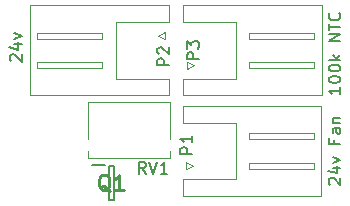
<source format=gbr>
%TF.GenerationSoftware,KiCad,Pcbnew,9.0.0*%
%TF.CreationDate,2025-03-22T17:47:38+01:00*%
%TF.ProjectId,FanControles,46616e43-6f6e-4747-926f-6c65732e6b69,rev?*%
%TF.SameCoordinates,Original*%
%TF.FileFunction,Legend,Top*%
%TF.FilePolarity,Positive*%
%FSLAX46Y46*%
G04 Gerber Fmt 4.6, Leading zero omitted, Abs format (unit mm)*
G04 Created by KiCad (PCBNEW 9.0.0) date 2025-03-22 17:47:38*
%MOMM*%
%LPD*%
G01*
G04 APERTURE LIST*
%ADD10C,0.150000*%
%ADD11C,0.254000*%
%ADD12C,0.120000*%
%ADD13C,0.200000*%
G04 APERTURE END LIST*
D10*
X149404819Y-89988094D02*
X148404819Y-89988094D01*
X148404819Y-89988094D02*
X148404819Y-89607142D01*
X148404819Y-89607142D02*
X148452438Y-89511904D01*
X148452438Y-89511904D02*
X148500057Y-89464285D01*
X148500057Y-89464285D02*
X148595295Y-89416666D01*
X148595295Y-89416666D02*
X148738152Y-89416666D01*
X148738152Y-89416666D02*
X148833390Y-89464285D01*
X148833390Y-89464285D02*
X148881009Y-89511904D01*
X148881009Y-89511904D02*
X148928628Y-89607142D01*
X148928628Y-89607142D02*
X148928628Y-89988094D01*
X149404819Y-88464285D02*
X149404819Y-89035713D01*
X149404819Y-88749999D02*
X148404819Y-88749999D01*
X148404819Y-88749999D02*
X148547676Y-88845237D01*
X148547676Y-88845237D02*
X148642914Y-88940475D01*
X148642914Y-88940475D02*
X148690533Y-89035713D01*
X161050057Y-92607142D02*
X161002438Y-92559523D01*
X161002438Y-92559523D02*
X160954819Y-92464285D01*
X160954819Y-92464285D02*
X160954819Y-92226190D01*
X160954819Y-92226190D02*
X161002438Y-92130952D01*
X161002438Y-92130952D02*
X161050057Y-92083333D01*
X161050057Y-92083333D02*
X161145295Y-92035714D01*
X161145295Y-92035714D02*
X161240533Y-92035714D01*
X161240533Y-92035714D02*
X161383390Y-92083333D01*
X161383390Y-92083333D02*
X161954819Y-92654761D01*
X161954819Y-92654761D02*
X161954819Y-92035714D01*
X161288152Y-91178571D02*
X161954819Y-91178571D01*
X160907200Y-91416666D02*
X161621485Y-91654761D01*
X161621485Y-91654761D02*
X161621485Y-91035714D01*
X161288152Y-90749999D02*
X161954819Y-90511904D01*
X161954819Y-90511904D02*
X161288152Y-90273809D01*
X161431009Y-88797618D02*
X161431009Y-89130951D01*
X161954819Y-89130951D02*
X160954819Y-89130951D01*
X160954819Y-89130951D02*
X160954819Y-88654761D01*
X161954819Y-87845237D02*
X161431009Y-87845237D01*
X161431009Y-87845237D02*
X161335771Y-87892856D01*
X161335771Y-87892856D02*
X161288152Y-87988094D01*
X161288152Y-87988094D02*
X161288152Y-88178570D01*
X161288152Y-88178570D02*
X161335771Y-88273808D01*
X161907200Y-87845237D02*
X161954819Y-87940475D01*
X161954819Y-87940475D02*
X161954819Y-88178570D01*
X161954819Y-88178570D02*
X161907200Y-88273808D01*
X161907200Y-88273808D02*
X161811961Y-88321427D01*
X161811961Y-88321427D02*
X161716723Y-88321427D01*
X161716723Y-88321427D02*
X161621485Y-88273808D01*
X161621485Y-88273808D02*
X161573866Y-88178570D01*
X161573866Y-88178570D02*
X161573866Y-87940475D01*
X161573866Y-87940475D02*
X161526247Y-87845237D01*
X161288152Y-87369046D02*
X161954819Y-87369046D01*
X161383390Y-87369046D02*
X161335771Y-87321427D01*
X161335771Y-87321427D02*
X161288152Y-87226189D01*
X161288152Y-87226189D02*
X161288152Y-87083332D01*
X161288152Y-87083332D02*
X161335771Y-86988094D01*
X161335771Y-86988094D02*
X161431009Y-86940475D01*
X161431009Y-86940475D02*
X161954819Y-86940475D01*
X149954819Y-81988094D02*
X148954819Y-81988094D01*
X148954819Y-81988094D02*
X148954819Y-81607142D01*
X148954819Y-81607142D02*
X149002438Y-81511904D01*
X149002438Y-81511904D02*
X149050057Y-81464285D01*
X149050057Y-81464285D02*
X149145295Y-81416666D01*
X149145295Y-81416666D02*
X149288152Y-81416666D01*
X149288152Y-81416666D02*
X149383390Y-81464285D01*
X149383390Y-81464285D02*
X149431009Y-81511904D01*
X149431009Y-81511904D02*
X149478628Y-81607142D01*
X149478628Y-81607142D02*
X149478628Y-81988094D01*
X148954819Y-81083332D02*
X148954819Y-80464285D01*
X148954819Y-80464285D02*
X149335771Y-80797618D01*
X149335771Y-80797618D02*
X149335771Y-80654761D01*
X149335771Y-80654761D02*
X149383390Y-80559523D01*
X149383390Y-80559523D02*
X149431009Y-80511904D01*
X149431009Y-80511904D02*
X149526247Y-80464285D01*
X149526247Y-80464285D02*
X149764342Y-80464285D01*
X149764342Y-80464285D02*
X149859580Y-80511904D01*
X149859580Y-80511904D02*
X149907200Y-80559523D01*
X149907200Y-80559523D02*
X149954819Y-80654761D01*
X149954819Y-80654761D02*
X149954819Y-80940475D01*
X149954819Y-80940475D02*
X149907200Y-81035713D01*
X149907200Y-81035713D02*
X149859580Y-81083332D01*
X161954819Y-84357143D02*
X161954819Y-84928571D01*
X161954819Y-84642857D02*
X160954819Y-84642857D01*
X160954819Y-84642857D02*
X161097676Y-84738095D01*
X161097676Y-84738095D02*
X161192914Y-84833333D01*
X161192914Y-84833333D02*
X161240533Y-84928571D01*
X160954819Y-83738095D02*
X160954819Y-83642857D01*
X160954819Y-83642857D02*
X161002438Y-83547619D01*
X161002438Y-83547619D02*
X161050057Y-83500000D01*
X161050057Y-83500000D02*
X161145295Y-83452381D01*
X161145295Y-83452381D02*
X161335771Y-83404762D01*
X161335771Y-83404762D02*
X161573866Y-83404762D01*
X161573866Y-83404762D02*
X161764342Y-83452381D01*
X161764342Y-83452381D02*
X161859580Y-83500000D01*
X161859580Y-83500000D02*
X161907200Y-83547619D01*
X161907200Y-83547619D02*
X161954819Y-83642857D01*
X161954819Y-83642857D02*
X161954819Y-83738095D01*
X161954819Y-83738095D02*
X161907200Y-83833333D01*
X161907200Y-83833333D02*
X161859580Y-83880952D01*
X161859580Y-83880952D02*
X161764342Y-83928571D01*
X161764342Y-83928571D02*
X161573866Y-83976190D01*
X161573866Y-83976190D02*
X161335771Y-83976190D01*
X161335771Y-83976190D02*
X161145295Y-83928571D01*
X161145295Y-83928571D02*
X161050057Y-83880952D01*
X161050057Y-83880952D02*
X161002438Y-83833333D01*
X161002438Y-83833333D02*
X160954819Y-83738095D01*
X160954819Y-82785714D02*
X160954819Y-82690476D01*
X160954819Y-82690476D02*
X161002438Y-82595238D01*
X161002438Y-82595238D02*
X161050057Y-82547619D01*
X161050057Y-82547619D02*
X161145295Y-82500000D01*
X161145295Y-82500000D02*
X161335771Y-82452381D01*
X161335771Y-82452381D02*
X161573866Y-82452381D01*
X161573866Y-82452381D02*
X161764342Y-82500000D01*
X161764342Y-82500000D02*
X161859580Y-82547619D01*
X161859580Y-82547619D02*
X161907200Y-82595238D01*
X161907200Y-82595238D02*
X161954819Y-82690476D01*
X161954819Y-82690476D02*
X161954819Y-82785714D01*
X161954819Y-82785714D02*
X161907200Y-82880952D01*
X161907200Y-82880952D02*
X161859580Y-82928571D01*
X161859580Y-82928571D02*
X161764342Y-82976190D01*
X161764342Y-82976190D02*
X161573866Y-83023809D01*
X161573866Y-83023809D02*
X161335771Y-83023809D01*
X161335771Y-83023809D02*
X161145295Y-82976190D01*
X161145295Y-82976190D02*
X161050057Y-82928571D01*
X161050057Y-82928571D02*
X161002438Y-82880952D01*
X161002438Y-82880952D02*
X160954819Y-82785714D01*
X161954819Y-82023809D02*
X160954819Y-82023809D01*
X161573866Y-81928571D02*
X161954819Y-81642857D01*
X161288152Y-81642857D02*
X161669104Y-82023809D01*
X161954819Y-80452380D02*
X160954819Y-80452380D01*
X160954819Y-80452380D02*
X161954819Y-79880952D01*
X161954819Y-79880952D02*
X160954819Y-79880952D01*
X160954819Y-79547618D02*
X160954819Y-78976190D01*
X161954819Y-79261904D02*
X160954819Y-79261904D01*
X161859580Y-78071428D02*
X161907200Y-78119047D01*
X161907200Y-78119047D02*
X161954819Y-78261904D01*
X161954819Y-78261904D02*
X161954819Y-78357142D01*
X161954819Y-78357142D02*
X161907200Y-78499999D01*
X161907200Y-78499999D02*
X161811961Y-78595237D01*
X161811961Y-78595237D02*
X161716723Y-78642856D01*
X161716723Y-78642856D02*
X161526247Y-78690475D01*
X161526247Y-78690475D02*
X161383390Y-78690475D01*
X161383390Y-78690475D02*
X161192914Y-78642856D01*
X161192914Y-78642856D02*
X161097676Y-78595237D01*
X161097676Y-78595237D02*
X161002438Y-78499999D01*
X161002438Y-78499999D02*
X160954819Y-78357142D01*
X160954819Y-78357142D02*
X160954819Y-78261904D01*
X160954819Y-78261904D02*
X161002438Y-78119047D01*
X161002438Y-78119047D02*
X161050057Y-78071428D01*
D11*
X142441547Y-93145270D02*
X142320595Y-93084794D01*
X142320595Y-93084794D02*
X142199642Y-92963842D01*
X142199642Y-92963842D02*
X142018214Y-92782413D01*
X142018214Y-92782413D02*
X141897261Y-92721937D01*
X141897261Y-92721937D02*
X141776309Y-92721937D01*
X141836785Y-93024318D02*
X141715833Y-92963842D01*
X141715833Y-92963842D02*
X141594880Y-92842889D01*
X141594880Y-92842889D02*
X141534404Y-92600984D01*
X141534404Y-92600984D02*
X141534404Y-92177651D01*
X141534404Y-92177651D02*
X141594880Y-91935746D01*
X141594880Y-91935746D02*
X141715833Y-91814794D01*
X141715833Y-91814794D02*
X141836785Y-91754318D01*
X141836785Y-91754318D02*
X142078690Y-91754318D01*
X142078690Y-91754318D02*
X142199642Y-91814794D01*
X142199642Y-91814794D02*
X142320595Y-91935746D01*
X142320595Y-91935746D02*
X142381071Y-92177651D01*
X142381071Y-92177651D02*
X142381071Y-92600984D01*
X142381071Y-92600984D02*
X142320595Y-92842889D01*
X142320595Y-92842889D02*
X142199642Y-92963842D01*
X142199642Y-92963842D02*
X142078690Y-93024318D01*
X142078690Y-93024318D02*
X141836785Y-93024318D01*
X143590595Y-93024318D02*
X142864880Y-93024318D01*
X143227737Y-93024318D02*
X143227737Y-91754318D01*
X143227737Y-91754318D02*
X143106785Y-91935746D01*
X143106785Y-91935746D02*
X142985833Y-92056699D01*
X142985833Y-92056699D02*
X142864880Y-92117175D01*
D10*
X147454819Y-82488094D02*
X146454819Y-82488094D01*
X146454819Y-82488094D02*
X146454819Y-82107142D01*
X146454819Y-82107142D02*
X146502438Y-82011904D01*
X146502438Y-82011904D02*
X146550057Y-81964285D01*
X146550057Y-81964285D02*
X146645295Y-81916666D01*
X146645295Y-81916666D02*
X146788152Y-81916666D01*
X146788152Y-81916666D02*
X146883390Y-81964285D01*
X146883390Y-81964285D02*
X146931009Y-82011904D01*
X146931009Y-82011904D02*
X146978628Y-82107142D01*
X146978628Y-82107142D02*
X146978628Y-82488094D01*
X146550057Y-81535713D02*
X146502438Y-81488094D01*
X146502438Y-81488094D02*
X146454819Y-81392856D01*
X146454819Y-81392856D02*
X146454819Y-81154761D01*
X146454819Y-81154761D02*
X146502438Y-81059523D01*
X146502438Y-81059523D02*
X146550057Y-81011904D01*
X146550057Y-81011904D02*
X146645295Y-80964285D01*
X146645295Y-80964285D02*
X146740533Y-80964285D01*
X146740533Y-80964285D02*
X146883390Y-81011904D01*
X146883390Y-81011904D02*
X147454819Y-81583332D01*
X147454819Y-81583332D02*
X147454819Y-80964285D01*
X134050057Y-82142856D02*
X134002438Y-82095237D01*
X134002438Y-82095237D02*
X133954819Y-81999999D01*
X133954819Y-81999999D02*
X133954819Y-81761904D01*
X133954819Y-81761904D02*
X134002438Y-81666666D01*
X134002438Y-81666666D02*
X134050057Y-81619047D01*
X134050057Y-81619047D02*
X134145295Y-81571428D01*
X134145295Y-81571428D02*
X134240533Y-81571428D01*
X134240533Y-81571428D02*
X134383390Y-81619047D01*
X134383390Y-81619047D02*
X134954819Y-82190475D01*
X134954819Y-82190475D02*
X134954819Y-81571428D01*
X134288152Y-80714285D02*
X134954819Y-80714285D01*
X133907200Y-80952380D02*
X134621485Y-81190475D01*
X134621485Y-81190475D02*
X134621485Y-80571428D01*
X134288152Y-80285713D02*
X134954819Y-80047618D01*
X134954819Y-80047618D02*
X134288152Y-79809523D01*
X145484761Y-91679819D02*
X145151428Y-91203628D01*
X144913333Y-91679819D02*
X144913333Y-90679819D01*
X144913333Y-90679819D02*
X145294285Y-90679819D01*
X145294285Y-90679819D02*
X145389523Y-90727438D01*
X145389523Y-90727438D02*
X145437142Y-90775057D01*
X145437142Y-90775057D02*
X145484761Y-90870295D01*
X145484761Y-90870295D02*
X145484761Y-91013152D01*
X145484761Y-91013152D02*
X145437142Y-91108390D01*
X145437142Y-91108390D02*
X145389523Y-91156009D01*
X145389523Y-91156009D02*
X145294285Y-91203628D01*
X145294285Y-91203628D02*
X144913333Y-91203628D01*
X145770476Y-90679819D02*
X146103809Y-91679819D01*
X146103809Y-91679819D02*
X146437142Y-90679819D01*
X147294285Y-91679819D02*
X146722857Y-91679819D01*
X147008571Y-91679819D02*
X147008571Y-90679819D01*
X147008571Y-90679819D02*
X146913333Y-90822676D01*
X146913333Y-90822676D02*
X146818095Y-90917914D01*
X146818095Y-90917914D02*
X146722857Y-90965533D01*
D12*
%TO.C,P1*%
X148590000Y-85940000D02*
X148590000Y-87360000D01*
X148590000Y-87360000D02*
X153090000Y-87360000D01*
X148590000Y-92140000D02*
X153090000Y-92140000D01*
X148590000Y-93560000D02*
X148590000Y-92140000D01*
X148900000Y-90700000D02*
X149500000Y-91000000D01*
X148900000Y-91300000D02*
X148900000Y-90700000D01*
X149500000Y-91000000D02*
X148900000Y-91300000D01*
X153090000Y-87360000D02*
X153090000Y-89750000D01*
X153090000Y-92140000D02*
X153090000Y-89750000D01*
X154200000Y-88250000D02*
X154200000Y-88750000D01*
X154200000Y-88750000D02*
X159700000Y-88750000D01*
X154200000Y-90750000D02*
X154200000Y-91250000D01*
X154200000Y-91250000D02*
X159700000Y-91250000D01*
X159700000Y-88250000D02*
X154200000Y-88250000D01*
X159700000Y-88750000D02*
X159700000Y-88250000D01*
X159700000Y-90750000D02*
X154200000Y-90750000D01*
X159700000Y-91250000D02*
X159700000Y-90750000D01*
X160310000Y-85940000D02*
X148590000Y-85940000D01*
X160310000Y-89750000D02*
X160310000Y-85940000D01*
X160310000Y-89750000D02*
X160310000Y-93560000D01*
X160310000Y-93560000D02*
X148590000Y-93560000D01*
%TO.C,P3*%
X148640000Y-77440000D02*
X148640000Y-78860000D01*
X148640000Y-78860000D02*
X153140000Y-78860000D01*
X148640000Y-83640000D02*
X153140000Y-83640000D01*
X148640000Y-85060000D02*
X148640000Y-83640000D01*
X148950000Y-82200000D02*
X149550000Y-82500000D01*
X148950000Y-82800000D02*
X148950000Y-82200000D01*
X149550000Y-82500000D02*
X148950000Y-82800000D01*
X153140000Y-78860000D02*
X153140000Y-81250000D01*
X153140000Y-83640000D02*
X153140000Y-81250000D01*
X154250000Y-79750000D02*
X154250000Y-80250000D01*
X154250000Y-80250000D02*
X159750000Y-80250000D01*
X154250000Y-82250000D02*
X154250000Y-82750000D01*
X154250000Y-82750000D02*
X159750000Y-82750000D01*
X159750000Y-79750000D02*
X154250000Y-79750000D01*
X159750000Y-80250000D02*
X159750000Y-79750000D01*
X159750000Y-82250000D02*
X154250000Y-82250000D01*
X159750000Y-82750000D02*
X159750000Y-82250000D01*
X160360000Y-77440000D02*
X148640000Y-77440000D01*
X160360000Y-81250000D02*
X160360000Y-77440000D01*
X160360000Y-81250000D02*
X160360000Y-85060000D01*
X160360000Y-85060000D02*
X148640000Y-85060000D01*
D13*
%TO.C,Q1*%
X140937500Y-90950000D02*
X141987500Y-90950000D01*
X142337500Y-91000000D02*
X142787500Y-91000000D01*
X142337500Y-93900000D02*
X142337500Y-91000000D01*
X142787500Y-91000000D02*
X142787500Y-93900000D01*
X142787500Y-93900000D02*
X142337500Y-93900000D01*
D12*
%TO.C,P2*%
X135690000Y-77440000D02*
X147410000Y-77440000D01*
X135690000Y-81250000D02*
X135690000Y-77440000D01*
X135690000Y-81250000D02*
X135690000Y-85060000D01*
X135690000Y-85060000D02*
X147410000Y-85060000D01*
X136300000Y-79750000D02*
X136300000Y-80250000D01*
X136300000Y-80250000D02*
X141800000Y-80250000D01*
X136300000Y-82250000D02*
X136300000Y-82750000D01*
X136300000Y-82750000D02*
X141800000Y-82750000D01*
X141800000Y-79750000D02*
X136300000Y-79750000D01*
X141800000Y-80250000D02*
X141800000Y-79750000D01*
X141800000Y-82250000D02*
X136300000Y-82250000D01*
X141800000Y-82750000D02*
X141800000Y-82250000D01*
X142910000Y-78860000D02*
X142910000Y-81250000D01*
X142910000Y-83640000D02*
X142910000Y-81250000D01*
X146500000Y-80000000D02*
X147100000Y-79700000D01*
X147100000Y-79700000D02*
X147100000Y-80300000D01*
X147100000Y-80300000D02*
X146500000Y-80000000D01*
X147410000Y-77440000D02*
X147410000Y-78860000D01*
X147410000Y-78860000D02*
X142910000Y-78860000D01*
X147410000Y-83640000D02*
X142910000Y-83640000D01*
X147410000Y-85060000D02*
X147410000Y-83640000D01*
%TO.C,RV1*%
X140565000Y-88730000D02*
X140565000Y-85625000D01*
X140565000Y-90365000D02*
X140565000Y-89720000D01*
X147515000Y-85625000D02*
X140565000Y-85625000D01*
X147515000Y-88730000D02*
X147515000Y-85625000D01*
X147515000Y-90365000D02*
X140565000Y-90365000D01*
X147515000Y-90365000D02*
X147515000Y-89720000D01*
%TD*%
M02*

</source>
